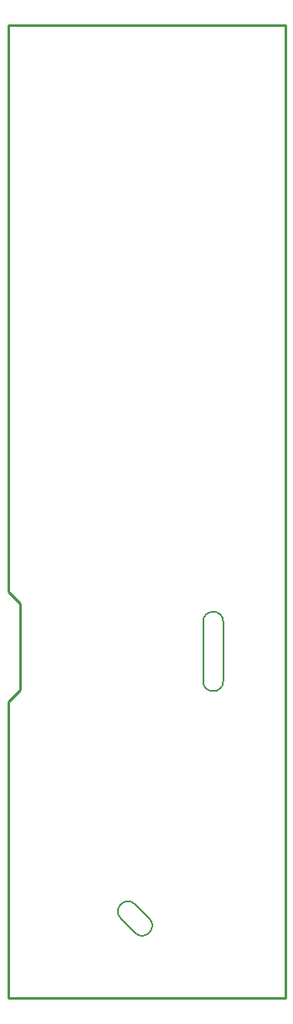
<source format=gbr>
%TF.GenerationSoftware,KiCad,Pcbnew,7.0.11-7.0.11~ubuntu22.04.1*%
%TF.CreationDate,2025-02-21T15:51:23+02:00*%
%TF.ProjectId,ESP32-PoE-ISO_Rev_M,45535033-322d-4506-9f45-2d49534f5f52,M*%
%TF.SameCoordinates,PX55f9470PYb36f0f0*%
%TF.FileFunction,Profile,NP*%
%FSLAX46Y46*%
G04 Gerber Fmt 4.6, Leading zero omitted, Abs format (unit mm)*
G04 Created by KiCad (PCBNEW 7.0.11-7.0.11~ubuntu22.04.1) date 2025-02-21 15:51:23*
%MOMM*%
%LPD*%
G01*
G04 APERTURE LIST*
%TA.AperFunction,Profile*%
%ADD10C,0.254000*%
%TD*%
%TA.AperFunction,Profile*%
%ADD11C,0.150000*%
%TD*%
G04 APERTURE END LIST*
D10*
X28000000Y0D02*
X28000000Y98150000D01*
X0Y41050000D02*
X0Y98150000D01*
X0Y98150000D02*
X28000000Y98150000D01*
X0Y0D02*
X28000000Y0D01*
X0Y0D02*
X0Y29950000D01*
X0Y29950000D02*
X1200000Y31150000D01*
D11*
X12825217Y9491821D02*
G75*
G03*
X11388363Y8054967I-718427J-718427D01*
G01*
X12825227Y6618150D02*
G75*
G03*
X14262048Y8054975I718373J718450D01*
G01*
X12825212Y6618135D02*
X11388369Y8054973D01*
X14262050Y8054975D02*
X12825217Y9491821D01*
X21737000Y32000000D02*
X21737009Y37983991D01*
X19705000Y32000000D02*
G75*
G03*
X21737000Y32000000I1016000J0D01*
G01*
X19705000Y32000000D02*
X19704991Y37983991D01*
X21737009Y37983991D02*
G75*
G03*
X19704991Y37983991I-1016009J0D01*
G01*
D10*
X1200000Y39850000D02*
X1200000Y31150000D01*
X0Y41050000D02*
X1200000Y39850000D01*
M02*

</source>
